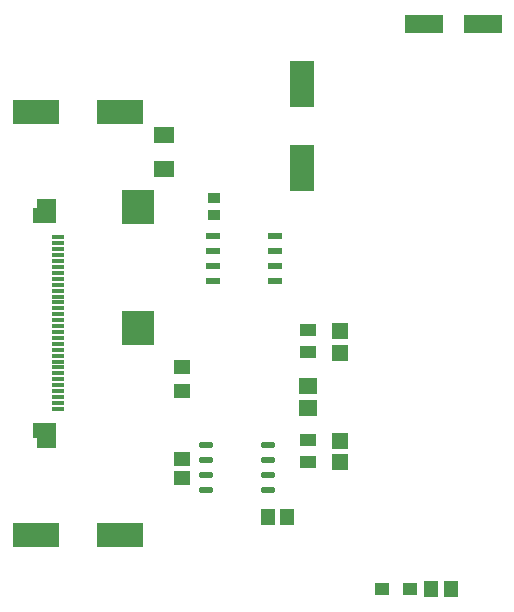
<source format=gtp>
G04*
G04 #@! TF.GenerationSoftware,Altium Limited,Altium Designer,24.2.2 (26)*
G04*
G04 Layer_Color=8421504*
%FSLAX25Y25*%
%MOIN*%
G70*
G04*
G04 #@! TF.SameCoordinates,FC8948EB-AED8-47B0-A6AC-AC1B72ED221E*
G04*
G04*
G04 #@! TF.FilePolarity,Positive*
G04*
G01*
G75*
%ADD15R,0.05709X0.04724*%
%ADD16R,0.07874X0.15748*%
%ADD17R,0.12598X0.06299*%
%ADD18R,0.04331X0.01181*%
G04:AMPARAMS|DCode=19|XSize=21.65mil|YSize=49.21mil|CornerRadius=1.95mil|HoleSize=0mil|Usage=FLASHONLY|Rotation=90.000|XOffset=0mil|YOffset=0mil|HoleType=Round|Shape=RoundedRectangle|*
%AMROUNDEDRECTD19*
21,1,0.02165,0.04532,0,0,90.0*
21,1,0.01776,0.04921,0,0,90.0*
1,1,0.00390,0.02266,0.00888*
1,1,0.00390,0.02266,-0.00888*
1,1,0.00390,-0.02266,-0.00888*
1,1,0.00390,-0.02266,0.00888*
%
%ADD19ROUNDEDRECTD19*%
%ADD20R,0.04724X0.05709*%
%ADD21R,0.04134X0.03740*%
%ADD22R,0.11024X0.11811*%
%ADD23R,0.04921X0.04331*%
%ADD24R,0.07087X0.05276*%
%ADD25R,0.15748X0.07874*%
%ADD26R,0.05709X0.04134*%
%ADD27O,0.04921X0.02165*%
%ADD28R,0.06102X0.05512*%
%ADD29R,0.05136X0.05733*%
%ADD30R,0.05756X0.05542*%
%ADD31R,0.05733X0.05136*%
G36*
X19094Y76575D02*
Y79724D01*
X17717D01*
Y84842D01*
X25394D01*
Y76575D01*
X19094D01*
D02*
G37*
G36*
X17717Y151378D02*
Y156496D01*
X19094D01*
Y159646D01*
X25394D01*
Y151378D01*
X17717D01*
D02*
G37*
D15*
X67323Y103347D02*
D03*
Y95472D02*
D03*
D16*
X107480Y169882D02*
D03*
Y197835D02*
D03*
D17*
X148031Y217717D02*
D03*
X167717D02*
D03*
D18*
X25984Y146653D02*
D03*
Y144685D02*
D03*
Y142717D02*
D03*
Y140748D02*
D03*
Y138779D02*
D03*
Y136811D02*
D03*
Y134843D02*
D03*
Y132874D02*
D03*
Y130905D02*
D03*
Y128937D02*
D03*
Y126969D02*
D03*
Y125000D02*
D03*
Y123031D02*
D03*
Y121063D02*
D03*
Y119095D02*
D03*
Y117126D02*
D03*
Y115157D02*
D03*
Y113189D02*
D03*
Y111221D02*
D03*
Y109252D02*
D03*
Y107283D02*
D03*
Y105315D02*
D03*
Y103347D02*
D03*
Y101378D02*
D03*
Y99410D02*
D03*
Y97441D02*
D03*
Y95472D02*
D03*
Y93504D02*
D03*
Y91535D02*
D03*
Y89567D02*
D03*
D19*
X98524Y132264D02*
D03*
Y137264D02*
D03*
Y142264D02*
D03*
Y147264D02*
D03*
X77854Y132264D02*
D03*
Y137264D02*
D03*
Y142264D02*
D03*
Y147264D02*
D03*
D20*
X150394Y29528D02*
D03*
X157087D02*
D03*
D21*
X77953Y154232D02*
D03*
Y159941D02*
D03*
D22*
X52756Y116339D02*
D03*
Y156890D02*
D03*
D23*
X143307Y29528D02*
D03*
X134055D02*
D03*
D24*
X61417Y180827D02*
D03*
Y169567D02*
D03*
D25*
X46654Y47638D02*
D03*
X18701D02*
D03*
X46654Y188583D02*
D03*
X18701D02*
D03*
D26*
X109449Y115650D02*
D03*
Y108366D02*
D03*
Y71752D02*
D03*
Y79035D02*
D03*
D27*
X75492Y77579D02*
D03*
Y72579D02*
D03*
Y67579D02*
D03*
Y62579D02*
D03*
X96161Y77579D02*
D03*
Y72579D02*
D03*
Y67579D02*
D03*
Y62579D02*
D03*
D28*
X109449Y89685D02*
D03*
Y97165D02*
D03*
D29*
X102385Y53543D02*
D03*
X96040D02*
D03*
D30*
X120079Y108259D02*
D03*
Y115363D02*
D03*
Y78757D02*
D03*
Y71653D02*
D03*
D31*
X67323Y72857D02*
D03*
Y66513D02*
D03*
M02*

</source>
